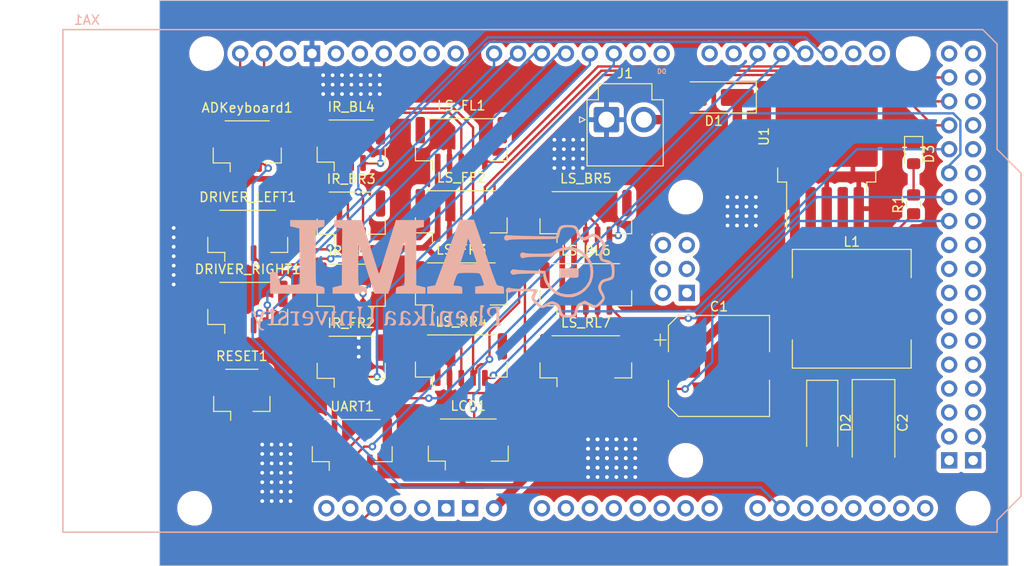
<source format=kicad_pcb>
(kicad_pcb (version 20221018) (generator pcbnew)
  (layers (0 "F.Cu" signal) (31 "B.Cu" signal) (34 "B.Paste" user) (35 "F.Paste" user) (36 "B.SilkS" user "B.Silkscreen") (37 "F.SilkS" user "F.Silkscreen") (38 "B.Mask" user) (39 "F.Mask" user) (44 "Edge.Cuts" user))
  (net 0 "")
  (net 1 "Net-(D1-K)")
  (net 2 "Net-(D1-A)")
  (net 3 "GND")
  (net 4 "+5V")
  (net 5 "/SCL")
  (net 6 "/SDA")
  (net 7 "/SHT_L0X_FL")
  (net 8 "/SHT_L0X_FF")
  (net 9 "/SHT_L0X_FR")
  (net 10 "/SHT_L0X_RR")
  (net 11 "/SHT_L0X_BR")
  (net 12 "/SHT_L0X_BL")
  (net 13 "/SHT_L0X_RL")
  (net 14 "/IR_FL")
  (net 15 "/IR_FR")
  (net 16 "/IR_BR")
  (net 17 "/IR_BL")
  (net 18 "/A9")
  (net 19 "/LPWM1")
  (net 20 "/RPWM1")
  (net 21 "/LPWM2")
  (net 22 "/RPWM2")
  (net 54 "/RX2")
  (net 55 "/TX2")
  (net 91 "Net-(D2-K)")
  (net 94 "/RESET")
  (net 95 "Net-(D3-A)")
  (footprint "Connector_JST:JST_GH_BM05B-GHS-TBT_1x05-1MP_P1.25mm_Vertical" (layer "F.Cu") (at 235.244 111.528)
    (fp_text reference "LS_BR5")
    (fp_text value "Conn_01x05_Socket")
  )
  (footprint "Connector_JST:JST_GH_BM05B-GHS-TBT_1x05-1MP_P1.25mm_Vertical" (layer "F.Cu") (at 235.244 126.828)
    (fp_text reference "LS_RL7")
    (fp_text value "Conn_01x05_Socket")
  )
  (footprint "Connector_JST:JST_GH_BM03B-GHS-TBT_1x03-1MP_P1.25mm_Vertical" (layer "F.Cu") (at 210.364 103.926)
    (fp_text reference "IR_BL4")
    (fp_text value "Conn_01x03_Socket")
  )
  (footprint "Diode_SMD:D_SMA_Handsoldering" (layer "F.Cu") (at 248.81 98.92 180)
    (fp_text reference "D1")
    (fp_text value "1N5822")
  )
  (footprint "Connector_JST:JST_GH_BM04B-GHS-TBT_1x04-1MP_P1.25mm_Vertical" (layer "F.Cu") (at 222.775 135.66)
    (fp_text reference "LCD1")
    (fp_text value "Conn_01x04_Socket")
  )
  (footprint "Connector_JST:JST_GH_BM03B-GHS-TBT_1x03-1MP_P1.25mm_Vertical" (layer "F.Cu") (at 210.364 126.876)
    (fp_text reference "IR_FR2")
    (fp_text value "Conn_01x03_Socket")
  )
  (footprint "Connector_JST:JST_GH_BM02B-GHS-TBT_1x02-1MP_P1.25mm_Vertical" (layer "F.Cu") (at 198.765 130.384)
    (fp_text reference "RESET1")
    (fp_text value "Conn_01x02_Socket")
  )
  (footprint "Capacitor_Tantalum_SMD:CP_EIA-7343-43_Kemet-X_Pad2.25x2.55mm_HandSolder" (layer "F.Cu") (at 265.75 133.452 -90)
    (fp_text reference "C2")
    (fp_text value "220u")
  )
  (footprint "Diode_SMD:D_SMA_Handsoldering" (layer "F.Cu") (at 260.31 133.454 -90)
    (fp_text reference "D2")
    (fp_text value "1N5822")
  )
  (footprint "Connector_JST:JST_GH_BM05B-GHS-TBT_1x05-1MP_P1.25mm_Vertical" (layer "F.Cu") (at 222.036 103.788)
    (fp_text reference "LS_FL1")
    (fp_text value "Conn_01x05_Socket")
  )
  (footprint "Connector_JST:JST_GH_BM03B-GHS-TBT_1x03-1MP_P1.25mm_Vertical" (layer "F.Cu") (at 199.338 104.016)
    (fp_text reference "ADKeyboard1")
    (fp_text value "Conn_01x03_Socket")
  )
  (footprint "Connector_JST:JST_GH_BM04B-GHS-TBT_1x04-1MP_P1.25mm_Vertical" (layer "F.Cu") (at 199.39 121.158)
    (fp_text reference "DRIVER_RIGHT1")
    (fp_text value "Conn_01x04_Socket")
  )
  (footprint "Connector_JST:JST_GH_BM05B-GHS-TBT_1x05-1MP_P1.25mm_Vertical" (layer "F.Cu") (at 222.036 126.738)
    (fp_text reference "LS_RR4")
    (fp_text value "Conn_01x05_Socket")
  )
  (footprint "LED_SMD:LED_0805_2012Metric_Pad1.15x1.40mm_HandSolder" (layer "F.Cu") (at 270 104.925 -90)
    (fp_text reference "D3")
    (fp_text value "5VL")
  )
  (footprint "Connector_JST:JST_VH_B2P-VH_1x02_P3.96mm_Vertical" (layer "F.Cu") (at 237.43 101.28)
    (fp_text reference "J1")
    (fp_text value "Conn_01x02_Socket")
  )
  (footprint "Inductor_SMD:L_12x12mm_H6mm" (layer "F.Cu") (at 263.44 121.35)
    (fp_text reference "L1")
    (fp_text value "33uH")
  )
  (footprint "arduino-library:Arduino_Mega2560_Shield" (layer "F.Cu") (at 179.79 145.06)
    (fp_text reference "XA1")
    (fp_text value "Arduino_Mega2560_Shield")
  )
  (footprint "Connector_JST:JST_GH_BM03B-GHS-TBT_1x03-1MP_P1.25mm_Vertical" (layer "F.Cu") (at 210.364 119.226)
    (fp_text reference "IR_FL1")
    (fp_text value "Conn_01x03_Socket")
  )
  (footprint "Connector_JST:JST_GH_BM03B-GHS-TBT_1x03-1MP_P1.25mm_Vertical" (layer "F.Cu") (at 210.364 111.576)
    (fp_text reference "IR_BR3")
    (fp_text value "Conn_01x03_Socket")
  )
  (footprint "Connector_JST:JST_GH_BM05B-GHS-TBT_1x05-1MP_P1.25mm_Vertical" (layer "F.Cu") (at 235.244 119.178)
    (fp_text reference "LS_BL6")
    (fp_text value "Conn_01x05_Socket")
  )
  (footprint "Connector_JST:JST_GH_BM05B-GHS-TBT_1x05-1MP_P1.25mm_Vertical" (layer "F.Cu") (at 222.036 119.088)
    (fp_text reference "LS_FR3")
    (fp_text value "Conn_01x05_Socket")
  )
  (footprint "Connector_JST:JST_GH_BM04B-GHS-TBT_1x04-1MP_P1.25mm_Vertical" (layer "F.Cu") (at 210.469 135.718)
    (fp_text reference "UART1")
    (fp_text value "Conn_01x04_Socket")
  )
  (footprint "Package_TO_SOT_SMD:TO-263-5_TabPin3" (layer "F.Cu") (at 260.785 103.075 90)
    (fp_text reference "U1")
    (fp_text value "LM2596S-5")
  )
  (footprint "Connector_JST:JST_GH_BM05B-GHS-TBT_1x05-1MP_P1.25mm_Vertical" (layer "F.Cu") (at 222.036 111.438)
    (fp_text reference "LS_FF2")
    (fp_text value "Conn_01x05_Socket")
  )
  (footprint "Capacitor_SMD:CP_Elec_10x10.5" (layer "F.Cu") (at 249.36 127.42)
    (fp_text reference "C1")
    (fp_text value "680u")
  )
  (footprint "Connector_JST:JST_GH_BM04B-GHS-TBT_1x04-1MP_P1.25mm_Vertical" (layer "F.Cu") (at 199.39 113.508)
    (fp_text reference "DRIVER_LEFT1")
    (fp_text value "Conn_01x04_Socket")
  )
  (footprint "Resistor_SMD:R_0805_2012Metric_Pad1.20x1.40mm_HandSolder" (layer "F.Cu") (at 270 110.27 90)
    (fp_text reference "R1")
    (fp_text value "330")
  )
  (footprint "LOGO" (layer "B.Cu") (at 219.6 117.37 180)
    (fp_text reference "G***" hide)
    (fp_text value "LOGO" hide)
  )
  (gr_rect (start 190.04 88.63) (end 280.04 148.63) (stroke (width 0.1)) (fill none) (layer "Edge.Cuts"))
  (segment (start 257.385 110.725) (end 257.385 115.195) (width 1) (layer "F.Cu") (net 1))
  (segment (start 251.31 98.92) (end 251.31 104.65) (width 1) (layer "F.Cu") (net 1))
  (segment (start 257.385 115.195) (end 245.16 127.42) (width 1) (layer "F.Cu") (net 1))
  (segment (start 251.31 104.65) (end 257.385 110.725) (width 1) (layer "F.Cu") (net 1))
  (segment (start 241.39 101.28) (end 243.95 101.28) (width 1) (layer "F.Cu") (net 2))
  (segment (start 243.95 101.28) (end 246.31 98.92) (width 1) (layer "F.Cu") (net 2))
  (segment (start 210.43 112.09) (end 210.44 112.09) (width 0.25) (layer "F.Cu") (net 3))
  (segment (start 233.994 128.778) (end 233.994 113.478) (width 0.6) (layer "F.Cu") (net 3))
  (segment (start 210.44 112.09) (end 210.44 113.45) (width 0.25) (layer "F.Cu") (net 3))
  (segment (start 210.44 113.45) (end 210.364 113.526) (width 0.25) (layer "F.Cu") (net 3))
  (segment (start 210.01 111.67) (end 210.43 112.09) (width 0.25) (layer "F.Cu") (net 3))
  (segment (start 210.364 107.426) (end 210.01 107.78) (width 0.25) (layer "F.Cu") (net 3))
  (segment (start 210.01 107.78) (end 210.01 111.67) (width 0.25) (layer "F.Cu") (net 3))
  (segment (start 210.364 105.876) (end 210.364 107.426) (width 0.25) (layer "F.Cu") (net 3))
  (via (at 232.91 104.41) (size 0.8) (drill 0.4) (layers "F.Cu" "B.Cu") (net 3))
  (via (at 240.48 137.21) (size 0.8) (drill 0.4) (layers "F.Cu" "B.Cu") (net 3))
  (via (at 200.93 141.76) (size 0.8) (drill 0.4) (layers "F.Cu" "B.Cu") (net 3))
  (via (at 202.93 139.76) (size 0.8) (drill 0.4) (layers "F.Cu" "B.Cu") (net 3))
  (via (at 238.48 138.21) (size 0.8) (drill 0.4) (layers "F.Cu" "B.Cu") (net 3))
  (via (at 239.48 136.21) (size 0.8) (drill 0.4) (layers "F.Cu" "B.Cu") (net 3))
  (via (at 233.91 106.41) (size 0.8) (drill 0.4) (layers "F.Cu" "B.Cu") (net 3))
  (via (at 237.48 135.21) (size 0.8) (drill 0.4) (layers "F.Cu" "B.Cu") (net 3))
  (via (at 238.48 135.21) (size 0.8) (drill 0.4) (layers "F.Cu" "B.Cu") (net 3))
  (via (at 237.48 137.21) (size 0.8) (drill 0.4) (layers "F.Cu" "B.Cu") (net 3))
  (via (at 238.48 137.21) (size 0.8) (drill 0.4) (layers "F.Cu" "B.Cu") (net 3))
  (via (at 200.93 139.76) (size 0.8) (drill 0.4) (layers "F.Cu" "B.Cu") (net 3))
  (via (at 203.93 137.76) (size 0.8) (drill 0.4) (layers "F.Cu" "B.Cu") (net 3))
  (via (at 253.27 109.51) (size 0.8) (drill 0.4) (layers "F.Cu" "B.Cu") (net 3))
  (via (at 207.39 96.56) (size 0.8) (drill 0.4) (layers "F.Cu" "B.Cu") (net 3))
  (via (at 236.48 139.21) (size 0.8) (drill 0.4) (layers "F.Cu" "B.Cu") (net 3))
  (via (at 232.91 105.41) (size 0.8) (drill 0.4) (layers "F.Cu" "B.Cu") (net 3))
  (via (at 238.48 136.21) (size 0.8) (drill 0.4) (layers "F.Cu" "B.Cu") (net 3))
  (via (at 203.93 138.76) (size 0.8) (drill 0.4) (layers "F.Cu" "B.Cu") (net 3))
  (via (at 202.93 137.76) (size 0.8) (drill 0.4) (layers "F.Cu" "B.Cu") (net 3))
  (via (at 236.48 136.21) (size 0.8) (drill 0.4) (layers "F.Cu" "B.Cu") (net 3))
  (via (at 238.48 137.21) (size 0.8) (drill 0.4) (layers "F.Cu" "B.Cu") (net 3))
  (via (at 208.39 97.56) (size 0.8) (drill 0.4) (layers "F.Cu" "B.Cu") (net 3))
  (via (at 252.27 110.51) (size 0.8) (drill 0.4) (layers "F.Cu" "B.Cu") (net 3))
  (via (at 235.48 138.21) (size 0.8) (drill 0.4) (layers "F.Cu" "B.Cu") (net 3))
  (via (at 211.39 96.56) (size 0.8) (drill 0.4) (layers "F.Cu" "B.Cu") (net 3))
  (via (at 238.48 136.21) (size 0.8) (drill 0.4) (layers "F.Cu" "B.Cu") (net 3))
  (via (at 234.91 105.41) (size 0.8) (drill 0.4) (layers "F.Cu" "B.Cu") (net 3))
  (via (at 202.93 138.76) (size 0.8) (drill 0.4) (layers "F.Cu" "B.Cu") (net 3))
  (via (at 191.54 113.77) (size 0.8) (drill 0.4) (layers "F.Cu" "B.Cu") (net 3))
  (via (at 202.93 136.76) (size 0.8) (drill 0.4) (layers "F.Cu" "B.Cu") (net 3))
  (via (at 203.93 136.76) (size 0.8) (drill 0.4) (layers "F.Cu" "B.Cu") (net 3))
  (via (at 191.54 116.77) (size 0.8) (drill 0.4) (layers "F.Cu" "B.Cu") (net 3))
  (via (at 201.93 141.76) (size 0.8) (drill 0.4) (layers "F.Cu" "B.Cu") (net 3))
  (via (at 201.93 140.76) (size 0.8) (drill 0.4) (layers "F.Cu" "B.Cu") (net 3))
  (via (at 239.48 135.21) (size 0.8) (drill 0.4) (layers "F.Cu" "B.Cu") (net 3))
  (via (at 200.93 137.76) (size 0.8) (drill 0.4) (layers "F.Cu" "B.Cu") (net 3))
  (via (at 239.48 136.21) (size 0.8) (drill 0.4) (layers "F.Cu" "B.Cu") (net 3))
  (via (at 238.48 138.21) (size 0.8) (drill 0.4) (layers "F.Cu" "B.Cu") (net 3))
  (via (at 251.27 109.51) (size 0.8) (drill 0.4) (layers "F.Cu" "B.Cu") (net 3))
  (via (at 209.39 98.56) (size 0.8) (drill 0.4) (layers "F.Cu" "B.Cu") (net 3))
  (via (at 240.48 138.21) (size 0.8) (drill 0.4) (layers "F.Cu" "B.Cu") (net 3))
  (via (at 239.48 137.21) (size 0.8) (drill 0.4) (layers "F.Cu" "B.Cu") (net 3))
  (via (at 253.27 112.51) (size 0.8) (drill 0.4) (layers "F.Cu" "B.Cu") (net 3))
  (via (at 191.54 114.77) (size 0.8) (drill 0.4) (layers "F.Cu" "B.Cu") (net 3))
  (via (at 235.48 138.21) (size 0.8) (drill 0.4) (layers "F.Cu" "B.Cu") (net 3))
  (via (at 237.48 139.21) (size 0.8) (drill 0.4) (layers "F.Cu" "B.Cu") (net 3))
  (via (at 211.39 97.56) (size 0.8) (drill 0.4) (layers "F.Cu" "B.Cu") (net 3))
  (via (at 235.48 136.21) (size 0.8) (drill 0.4) (layers "F.Cu" "B.Cu") (net 3))
  (via (at 234.91 104.41) (size 0.8) (drill 0.4) (layers "F.Cu" "B.Cu") (net 3))
  (via (at 191.54 115.77) (size 0.8) (drill 0.4) (layers "F.Cu" "B.Cu") (net 3))
  (via (at 210.39 98.56) (size 0.8) (drill 0.4) (layers "F.Cu" "B.Cu") (net 3))
  (via (at 238.48 136.21) (size 0.8) (drill 0.4) (layers "F.Cu" "B.Cu") (net 3))
  (via (at 235.48 137.21) (size 0.8) (drill 0.4) (layers "F.Cu" "B.Cu") (net 3))
  (via (at 235.48 138.21) (size 0.8) (drill 0.4) (layers "F.Cu" "B.Cu") (net 3))
  (via (at 236.48 135.21) (size 0.8) (drill 0.4) (layers "F.Cu" "B.Cu") (net 3))
  (via (at 253.27 110.51) (size 0.8) (drill 0.4) (layers "F.Cu" "B.Cu") (net 3))
  (via (at 237.48 136.21) (size 0.8) (drill 0.4) (layers "F.Cu" "B.Cu") (net 3))
  (via (at 232.91 106.41) (size 0.8) (drill 0.4) (layers "F.Cu" "B.Cu") (net 3))
  (via (at 212.39 96.56) (size 0.8) (drill 0.4) (layers "F.Cu" "B.Cu") (net 3))
  (via (at 232.91 103.41) (size 0.8) (drill 0.4) (layers "F.Cu" "B.Cu") (net 3))
  (via (at 252.27 111.51) (size 0.8) (drill 0.4) (layers "F.Cu" "B.Cu") (net 3))
  (via (at 191.54 117.77) (size 0.8) (drill 0.4) (layers "F.Cu" "B.Cu") (net 3))
  (via (at 236.48 138.21) (size 0.8) (drill 0.4) (layers "F.Cu" "B.Cu") (net 3))
  (via (at 250.27 110.51) (size 0.8) (drill 0.4) (layers "F.Cu" "B.Cu") (net 3))
  (via (at 240.48 136.21) (size 0.8) (drill 0.4) (layers "F.Cu" "B.Cu") (net 3))
  (via (at 252.27 109.51) (size 0.8) (drill 0.4) (layers "F.Cu" "B.Cu") (net 3))
  (via (at 201.93 139.76) (size 0.8) (drill 0.4) (layers "F.Cu" "B.Cu") (net 3))
  (via (at 236.48 136.21) (size 0.8) (drill 0.4) (layers "F.Cu" "B.Cu") (net 3))
  (via (at 238.48 138.21) (size 0.8) (drill 0.4) (layers "F.Cu" "B.Cu") (net 3))
  (via (at 231.91 104.41) (size 0.8) (drill 0.4) (layers "F.Cu" "B.Cu") (net 3))
  (via (at 239.48 135.21) (size 0.8) (drill 0.4) (layers "F.Cu" "B.Cu") (net 3))
  (via (at 191.54 112.77) (size 0.8) (drill 0.4) (layers "F.Cu" "B.Cu") (net 3))
  (via (at 211.39 98.56) (size 0.8) (drill 0.4) (layers "F.Cu" "B.Cu") (net 3))
  (via (at 200.93 140.76) (size 0.8) (drill 0.4) (layers "F.Cu" "B.Cu") (net 3))
  (via (at 252.27 112.51) (size 0.8) (drill 0.4) (layers "F.Cu" "B.Cu") (net 3))
  (via (at 202.93 135.76) (size 0.8) (drill 0.4) (layers "F.Cu" "B.Cu") (net 3))
  (via (at 238.48 137.21) (size 0.8) (drill 0.4) (layers "F.Cu" "B.Cu") (net 3))
  (via (at 240.48 139.21) (size 0.8) (drill 0.4) (layers "F.Cu" "B.Cu") (net 3))
  (via (at 210.39 96.56) (size 0.8) (drill 0.4) (layers "F.Cu" "B.Cu") (net 3))
  (via (at 202.93 140.76) (size 0.8) (drill 0.4) (layers "F.Cu" "B.Cu") (net 3))
  (via (at 208.39 98.56) (size 0.8) (drill 0.4) (layers "F.Cu" "B.Cu") (net 3))
  (via (at 211.16 125.44) (size 0.8) (drill 0.4) (layers "F.Cu" "B.Cu") (net 3))
  (via (at 236.48 135.21) (size 0.8) (drill 0.4) (layers "F.Cu" "B.Cu") (net 3))
  (via (at 191.54 118.77) (size 0.8) (drill 0.4) (layers "F.Cu" "B.Cu") (net 3))
  (via (at 235.48 135.21) (size 0.8) (drill 0.4) (layers "F.Cu" "B.Cu") (net 3))
  (via (at 203.93 141.76) (size 0.8) (drill 0.4) (layers "F.Cu" "B.Cu") (net 3))
  (via (at 235.48 137.21) (size 0.8) (drill 0.4) (layers "F.Cu" "B.Cu") (net 3))
  (via (at 253.27 111.51) (size 0.8) (drill 0.4) (layers "F.Cu" "B.Cu") (net 3))
  (via (at 210.39 97.56) (size 0.8) (drill 0.4) (layers "F.Cu" "B.Cu") (net 3))
  (via (at 240.48 135.21) (size 0.8) (drill 0.4) (layers "F.Cu" "B.Cu") (net 3))
  (via (at 201.93 135.76) (size 0.8) (drill 0.4) (layers "F.Cu" "B.Cu") (net 3))
  (via (at 203.93 139.76) (size 0.8) (drill 0.4) (layers "F.Cu" "B.Cu") (net 3))
  (via (at 201.93 138.76) (size 0.8) (drill 0.4) (layers "F.Cu" "B.Cu") (net 3))
  (via (at 203.93 135.76) (size 0.8) (drill 0.4) (layers "F.Cu" "B.Cu") (net 3))
  (via (at 239.48 138.21) (size 0.8) (drill 0.4) (layers "F.Cu" "B.Cu") (net 3))
  (via (at 213.39 98.56) (size 0.8) (drill 0.4) (layers "F.Cu" "B.Cu") (net 3))
  (via (at 211.16 124.44) (size 0.8) (drill 0.4) (layers "F.Cu" "B.Cu") (net 3))
  (via (at 250.27 112.51) (size 0.8) (drill 0.4) (layers "F.Cu" "B.Cu") (net 3))
  (via (at 237.48 138.21) (size 0.8) (drill 0.4) (layers "F.Cu" "B.Cu") (net 3))
  (via (at 200.93 138.76) (size 0.8) (drill 0.4) (layers "F.Cu" "B.Cu") (net 3))
  (via (at 239.48 138.21) (size 0.8) (drill 0.4) (layers "F.Cu" "B.Cu") (net 3))
  (via (at 251.27 112.51) (size 0.8) (drill 0.4) (layers "F.Cu" "B.Cu") (net 3))
  (via (at 251.27 110.51) (size 0.8) (drill 0.4) (layers "F.Cu" "B.Cu") (net 3))
  (via (at 236.48 138.21) (size 0.8) (drill 0.4) (layers "F.Cu" "B.Cu") (net 3))
  (via (at 207.39 98.56) (size 0.8) (drill 0.4) (layers "F.Cu" "B.Cu") (net 3))
  (via (at 233.91 103.41) (size 0.8) (drill 0.4) (layers "F.Cu" "B.Cu") (net 3))
  (via (at 200.93 136.76) (size 0.8) (drill 0.4) (layers "F.Cu" "B.Cu") (net 3))
  (via (at 234.91 106.41) (size 0.8) (drill 0.4) (layers "F.Cu" "B.Cu") (net 3))
  (via (at 235.48 136.21) (size 0.8) (drill 0.4) (layers "F.Cu" "B.Cu") (net 3))
  (via (at 237.48 137.21) (size 0.8) (drill 0.4) (layers "F.Cu" "B.Cu") (net 3))
  (via (at 211.16 126.44) (size 0.8) (drill 0.4) (layers "F.Cu" "B.Cu") (net 3))
  (via (at 231.91 105.41) (size 0.8) (drill 0.4) (layers "F.Cu" "B.Cu") (net 3))
  (via (at 233.91 104.41) (size 0.8) (drill 0.4) (layers "F.Cu" "B.Cu") (net 3))
  (via (at 212.39 97.56) (size 0.8) (drill 0.4) (layers "F.Cu" "B.Cu") (net 3))
  (via (at 231.91 106.41) (size 0.8) (drill 0.4) (layers "F.Cu" "B.Cu") (net 3))
  (via (at 207.39 97.56) (size 0.8) (drill 0.4) (layers "F.Cu" "B.Cu") (net 3))
  (via (at 237.48 138.21) (size 0.8) (drill 0.4) (layers "F.Cu" "B.Cu") (net 3))
  (via (at 236.48 137.21) (size 0.8) (drill 0.4) (layers "F.Cu" "B.Cu") (net 3))
  (via (at 237.48 138.21) (size 0.8) (drill 0.4) (layers "F.Cu" "B.Cu") (net 3))
  (via (at 237.48 135.21) (size 0.8) (drill 0.4) (layers "F.Cu" "B.Cu") (net 3))
  (via (at 213.39 97.56) (size 0.8) (drill 0.4) (layers "F.Cu" "B.Cu") (net 3))
  (via (at 208.39 96.56) (size 0.8) (drill 0.4) (layers "F.Cu" "B.Cu") (net 3))
  (via (at 235.48 137.21) (size 0.8) (drill 0.4) (layers "F.Cu" "B.Cu") (net 3))
  (via (at 233.91 105.41) (size 0.8) (drill 0.4) (layers "F.Cu" "B.Cu") (net 3))
  (via (at 202.93 141.76) (size 0.8) (drill 0.4) (layers "F.Cu" "B.Cu") (net 3))
  (via (at 250.27 111.51) (size 0.8) (drill 0.4) (layers "F.Cu" "B.Cu") (net 3))
  (via (at 209.39 97.56) (size 0.8) (drill 0.4) (layers "F.Cu" "B.Cu") (net 3))
  (via (at 235.48 136.21) (size 0.8) (drill 0.4) (layers "F.Cu" "B.Cu") (net 3))
  (via (at 236.48 138.21) (size 0.8) (drill 0.4) (layers "F.Cu" "B.Cu") (net 3))
  (via (at 201.93 137.76) (size 0.8) (drill 0.4) (layers "F.Cu" "B.Cu") (net 3))
  (via (at 238.48 139.21) (size 0.8) (drill 0.4) (layers "F.Cu" "B.Cu") (net 3))
  (via (at 238.48 135.21) (size 0.8) (drill 0.4) (layers "F.Cu" "B.Cu") (net 3))
  (via (at 237.48 137.21) (size 0.8) (drill 0.4) (layers "F.Cu" "B.Cu") (net 3))
  (via (at 201.93 136.76) (size 0.8) (drill 0.4) (layers "F.Cu" "B.Cu") (net 3))
  (via (at 235.48 139.21) (size 0.8) (drill 0.4) (layers "F.Cu" "B.Cu") (net 3))
  (via (at 239.48 139.21) (size 0.8) (drill 0.4) (layers "F.Cu" "B.Cu") (net 3))
  (via (at 251.27 111.51) (size 0.8) (drill 0.4) (layers "F.Cu" "B.Cu") (net 3))
  (via (at 234.91 103.41) (size 0.8) (drill 0.4) (layers "F.Cu" "B.Cu") (net 3))
  (via (at 237.48 136.21) (size 0.8) (drill 0.4) (layers "F.Cu" "B.Cu") (net 3))
  (via (at 237.48 136.21) (size 0.8) (drill 0.4) (layers "F.Cu" "B.Cu") (net 3))
  (via (at 209.39 96.56) (size 0.8) (drill 0.4) (layers "F.Cu" "B.Cu") (net 3))
  (via (at 239.48 137.21) (size 0.8) (drill 0.4) (layers "F.Cu" "B.Cu") (net 3))
  (via (at 238.48 135.21) (size 0.8) (drill 0.4) (layers "F.Cu" "B.Cu") (net 3))
  (via (at 212.39 98.56) (size 0.8) (drill 0.4) (layers "F.Cu" "B.Cu") (net 3))
  (via (at 237.48 135.21) (size 0.8) (drill 0.4) (layers "F.Cu" "B.Cu") (net 3))
  (via (at 236.48 137.21) (size 0.8) (drill 0.4) (layers "F.Cu" "B.Cu") (net 3))
  (via (at 231.91 103.41) (size 0.8) (drill 0.4) (layers "F.Cu" "B.Cu") (net 3))
  (via (at 200.93 135.76) (size 0.8) (drill 0.4) (layers "F.Cu" "B.Cu") (net 3))
  (via (at 236.48 135.21) (size 0.8) (drill 0.4) (layers "F.Cu" "B.Cu") (net 3))
  (via (at 203.93 140.76) (size 0.8) (drill 0.4) (layers "F.Cu" "B.Cu") (net 3))
  (via (at 250.27 109.51) (size 0.8) (drill 0.4) (layers "F.Cu" "B.Cu") (net 3))
  (via (at 236.48 137.21) (size 0.8) (drill 0.4) (layers "F.Cu" "B.Cu") (net 3))
  (via (at 213.39 96.56) (size 0.8) (drill 0.4) (layers "F.Cu" "B.Cu") (net 3))
  (via (at 236.48 136.21) (size 0.8) (drill 0.4) (layers "F.Cu" "B.Cu") (net 3))
  (segment (start 199.338 106.878) (end 199.338 105.966) (width 0.6) (layer "F.Cu") (net 4))
  (segment (start 210.08 115.86) (end 209.114 114.894) (width 0.6) (layer "F.Cu") (net 4))
  (segment (start 232.744 130.634) (end 232.744 128.778) (width 0.6) (layer "F.Cu") (net 4))
  (segment (start 199.8728 107.56) (end 197.515 109.9178) (width 0.6) (layer "F.Cu") (net 4))
  (segment (start 237.44 133.72) (end 234.31 133.72) (width 1) (layer "F.Cu") (net 4))
  (segment (start 197.515 109.9178) (end 197.515 115.458) (width 0.6) (layer "F.Cu") (net 4))
  (segment (start 210.08 117.2063) (end 210.08 115.86) (width 0.6) (layer "F.Cu") (net 4))
  (segment (start 209.114 128.826) (end 209.114 121.176) (width 0.6) (layer "F.Cu") (net 4))
  (segment (start 268.36 121.35) (end 268.39 121.35) (width 1) (layer "F.Cu") (net 4))
  (segment (start 234.31 133.72) (end 225.51 142.52) (width 1) (layer "F.Cu") (net 4))
  (segment (start 270.64 136.91) (end 267.51 140.04) (width 1) (layer "F.Cu") (net 4))
  (segment (start 209.114 107.1696) (end 209.114 105.876) (width 0.6) (layer "F.Cu") (net 4))
  (segment (start 268.39 121.35) (end 268.39 127.612) (width 1) (layer "F.Cu") (net 4))
  (segment (start 209.114 129.596) (end 209.114 128.826) (width 0.6) (layer "F.Cu") (net 4))
  (segment (start 209.114 105.876) (end 207.43 107.56) (width 0.6) (layer "F.Cu") (net 4))
  (segment (start 258.59 140.04) (end 252.27 133.72) (width 1) (layer "F.Cu") (net 4))
  (segment (start 207.43 107.56) (end 199.8728 107.56) (width 0.6) (layer "F.Cu") (net 4))
  (segment (start 222.15 139.86) (end 222.15 137.61) (width 0.6) (layer "F.Cu") (net 4))
  (segment (start 219.536 121.038) (end 219.536 128.688) (width 0.6) (layer "F.Cu") (net 4))
  (segment (start 237.44 133.72) (end 235.83 133.72) (width 0.6) (layer "F.Cu") (net 4))
  (segment (start 270.64 135.142) (end 270.64 136.91) (width 1) (layer "F.Cu") (net 4))
  (segment (start 209.114 118.1723) (end 210.08 117.2063) (width 0.6) (layer "F.Cu") (net 4))
  (segment (start 210.08 115.55) (end 210.74 114.89) (width 0.6) (layer "F.Cu") (net 4))
  (segment (start 224.34 140.16) (end 222.45 140.16) (width 0.6) (layer "F.Cu") (net 4))
  (segment (start 262.485 110.725) (end 262.485 115.475) (width 1) (layer "F.Cu") (net 4))
  (segment (start 218.2008 114.7232) (end 219.536 116.0584) (width 0.6) (layer "F.Cu") (net 4))
  (segment (start 232.744 128.778) (end 232.744 121.128) (width 0.6) (layer "F.Cu") (net 4))
  (segment (start 227.87 140.16) (end 224.34 140.16) (width 0.6) (layer "F.Cu") (net 4))
  (segment (start 268.39 112.88) (end 270 111.27) (width 0.25) (layer "F.Cu") (net 4))
  (segment (start 209.114 114.894) (end 209.114 113.526) (width 0.6) (layer "F.Cu") (net 4))
  (segment (start 200.02 107.56) (end 199.338 106.878) (width 0.6) (layer "F.Cu") (net 4))
  (segment (start 197.515 115.458) (end 197.515 123.108) (width 0.6) (layer "F.Cu") (net 4))
  (segment (start 219.536 113.388) (end 219.536 105.738) (width 0.6) (layer "F.Cu") (net 4))
  (segment (start 209.114 121.176) (end 209.114 118.1723) (width 0.6) (layer "F.Cu") (net 4))
  (segment (start 222.45 140.16) (end 222.15 139.86) (width 0.6) (layer "F.Cu") (net 4))
  (segment (start 232.744 113.478) (end 232.744 121.128) (width 0.6) (layer "F.Cu") (net 4))
  (segment (start 218.2008 114.7232) (end 219.536 113.388) (width 0.6) (layer "F.Cu") (net 4))
  (segment (start 265.75 130.252) (end 270.64 135.142) (width 1) (layer "F.Cu") (net 4))
  (segment (start 268.39 121.35) (end 268.39 112.88) (width 0.25) (layer "F.Cu") (net 4))
  (segment (start 262.485 115.475) (end 268.36 121.35) (width 1) (layer "F.Cu") (net 4))
  (segment (start 208.594 130.116) (end 209.114 129.596) (width 0.6) (layer "F.Cu") (net 4))
  (segment (start 267.51 140.04) (end 258.59 140.04) (width 1) (layer "F.Cu") (net 4))
  (segment (start 252.27 133.72) (end 237.44 133.72) (width 1) (layer "F.Cu") (net 4))
  (segment (start 209.114 113.526) (end 209.114 107.1696) (width 0.6) (layer "F.Cu") (net 4))
  (segment (start 208.594 137.668) (end 208.594 130.116) (width 0.6) (layer "F.Cu") (net 4))
  (segment (start 208.594 138.734) (end 208.594 137.668) (width 0.6) (layer "F.Cu") (net 4))
  (segment (start 224.34 140.16) (end 210.02 140.16) (width 0.6) (layer "F.Cu") (net 4))
  (segment (start 219.536 116.0584) (end 219.536 121.038) (width 0.6) (layer "F.Cu") (net 4))
  (segment (start 210.74 114.89) (end 218.034 114.89) (width 0.6) (layer "F.Cu") (net 4))
  (segment (start 235.83 133.72) (end 232.744 130.634) (width 0.6) (layer "F.Cu") (net 4))
  (segment (start 210.08 115.86) (end 210.08 115.55) (width 0.6) (layer "F.Cu") (net 4))
  (segment (start 210.02 140.16) (end 208.594 138.734) (width 0.6) (layer "F.Cu") (net 4))
  (segment (start 268.39 127.612) (end 265.75 130.252) (width 1) (layer "F.Cu") (net 4))
  (segment (start 218.034 114.89) (end 218.2008 114.7232) (width 0.6) (layer "F.Cu") (net 4))
  (segment (start 235.244 121.128) (end 235.244 113.478) (width 0.25) (layer "F.Cu") (net 5))
  (segment (start 232.169 111.701863) (end 232.451362 111.419501) (width 0.25) (layer "F.Cu") (net 5))
  (segment (start 198.586 95.956) (end 198.586 94.26) (width 0.25) (layer "F.Cu") (net 5))
  (segment (start 222.036 105.738) (end 222.036 101.816) (width 0.25) (layer "F.Cu") (net 5))
  (segment (start 225.11 129.84) (end 228.7833 126.1667) (width 0.25) (layer "F.Cu") (net 5))
  (segment (start 222.036 128.688) (end 222.036 129.636) (width 0.25) (layer "F.Cu") (net 5))
  (segment (start 234.779501 111.419501) (end 235.244 111.884) (width 0.25) (layer "F.Cu") (net 5))
  (segment (start 232.451362 111.419501) (end 234.779501 111.419501) (width 0.25) (layer "F.Cu") (net 5))
  (segment (start 222.036 113.388) (end 222.036 121.038) (width 0.25) (layer "F.Cu") (net 5))
  (segment (start 203.179501 100.549501) (end 198.586 95.956) (width 0.25) (layer "F.Cu") (net 5))
  (segment (start 220.769501 100.549501) (end 203.179501 100.549501) (width 0.25) (layer "F.Cu") (net 5))
  (segment (start 222.036 121.038) (end 222.036 128.688) (width 0.25) (layer "F.Cu") (net 5))
  (segment (start 222.036 105.738) (end 222.036 113.388) (width 0.25) (layer "F.Cu") (net 5))
  (segment (start 222.7 130.3) (end 224.65 130.3) (width 0.25) (layer "F.Cu") (net 5))
  (segment (start 224.65 137.61) (end 224.65 130.3) (width 0.25) (layer "F.Cu") (net 5))
  (segment (start 228.7833 115.088269) (end 232.169 111.702569) (width 0.25) (layer "F.Cu") (net 5))
  (segment (start 222.036 101.816) (end 220.769501 100.549501) (width 0.25) (layer "F.Cu") (net 5))
  (segment (start 222.036 129.636) (end 222.7 130.3) (width 0.25) (layer "F.Cu") (net 5))
  (segment (start 228.7833 126.1667) (end 228.7833 115.088269) (width 0.25) (layer "F.Cu") (net 5))
  (segment (start 232.169 111.702569) (end 232.169 111.701863) (width 0.25) (layer "F.Cu") (net 5))
  (segment (start 235.244 111.884) (end 235.244 113.478) (width 0.25) (layer "F.Cu") (net 5))
  (segment (start 224.65 130.3) (end 225.11 129.84) (width 0.25) (layer "F.Cu") (net 5))
  (segment (start 235.244 121.128) (end 235.244 128.778) (width 0.25) (layer "F.Cu") (net 5))
  (segment (start 234.96569 110.97) (end 232.265173 110.97) (width 0.25) (layer "F.Cu") (net 6))
  (segment (start 223.286 121.038) (end 223.286 122.2172) (width 0.25) (layer "F.Cu") (net 6))
  (segment (start 223.92534 127.388) (end 224.07534 127.238) (width 0.25) (layer "F.Cu") (net 6))
  (segment (start 223.786 127.52734) (end 223.786 127.388) (width 0.25) (layer "F.Cu") (net 6))
  (segment (start 203.73 100.1) (end 201.126 97.496) (width 0.25) (layer "F.Cu") (net 6))
  (segment (start 223.4 132.06) (end 223.32 131.98) (width 0.25) (layer "F.Cu") (net 6))
  (segment (start 236.494 112.49831) (end 234.96569 110.97) (width 0.25) (layer "F.Cu") (net 6))
  (segment (start 224.496598 127.238) (end 225.027299 126.707299) (width 0.25) (layer "F.Cu") (net 6))
  (segment (start 223.786 127.388) (end 223.92534 127.388) (width 0.25) (layer "F.Cu") (net 6))
  (segment (start 223.286 128.428598) (end 223.636 128.078598) (width 0.25) (layer "F.Cu") (net 6))
  (segment (start 224.07534 127.238) (end 224.496598 127.238) (width 0.25) (layer "F.Cu") (net 6))
  (segment (start 232.265173 110.97) (end 228.174 115.061173) (width 0.25) (layer "F.Cu") (net 6))
  (segment (start 223.286 105.738) (end 223.286 102.106) (width 0.25) (layer "F.Cu") (net 6))
  (segment (start 225.027299 123.822701) (end 225.027299 126.707299) (width 0.25) (layer "F.Cu") (net 6))
  (segment (start 223.286 113.388) (end 223.286 121.038) (width 0.25) (layer "F.Cu") (net 6))
  (segment (start 236.494 113.478) (end 236.494 121.128) (width 0.25) (layer "F.Cu") (net 6))
  (segment (start 223.636 128.078598) (end 223.636 127.67734) (width 0.25) (layer "F.Cu") (net 6))
  (segment (start 223.286 122.2172) (end 223.286 128.688) (width 0.25) (layer "F.Cu") (net 6))
  (segment (start 221.28 100.1) (end 203.73 100.1) (width 0.25) (layer "F.Cu") (net 6))
  (segment (start 223.286 105.738) (end 223.286 113.388) (width 0.25) (layer "F.Cu") (net 6))
  (segment (start 228.174 120.676) (end 225.027299 123.822701) (width 0.25) (layer "F.Cu") (net 6))
  (segment (start 228.174 115.061173) (end 228.174 120.676) (width 0.25) (layer "F.Cu") (net 6))
  (segment (start 223.286 102.106) (end 221.28 100.1) (width 0.25) (layer "F.Cu") (net 6))
  (segment (start 223.4 137.61) (end 223.4 132.06) (width 0.25) (layer "F.Cu") (net 6))
  (segment (start 223.636 127.67734) (end 223.786 127.52734) (width 0.25) (layer "F.Cu") (net 6))
  (segment (start 201.126 97.496) (end 201.126 94.26) (width 0.25) (layer "F.Cu") (net 6))
  (segment (start 223.286 128.688) (end 223.286 128.428598) (width 0.25) (layer "F.Cu") (net 6))
  (segment (start 236.494 121.128) (end 236.494 128.778) (width 0.25) (layer "F.Cu") (net 6))
  (segment (start 236.494 113.478) (end 236.494 112.49831) (width 0.25) (layer "F.Cu") (net 6))
  (via (at 223.32 131.98) (size 0.8) (drill 0.4) (layers "F.Cu" "B.Cu") (net 6))
  (via (at 225.027299 126.707299) (size 0.8) (drill 0.4) (layers "F.Cu" "B.Cu") (net 6))
  (segment (start 223.32 131.98) (end 223.32 130.53) (width 0.25) (layer "B.Cu") (net 6))
  (segment (start 223.95 129.9) (end 223.95 127.784598) (width 0.25) (layer "B.Cu") (net 6))
  (segment (start 223.95 127.784598) (end 225.027299 126.707299) (width 0.25) (layer "B.Cu") (net 6))
  (segment (start 223.32 130.53) (end 223.95 129.9) (width 0.25) (layer "B.Cu") (net 6))
  (segment (start 236.5433 95.6333) (end 226.4386 105.738) (width 0.25) (layer "F.Cu") (net 7))
  (segment (start 272.5811 96.8) (end 268.3184 96.8) (width 0.25) (layer "F.Cu") (net 7))
  (segment (start 226.4386 105.738) (end 224.536 105.738) (width 0.25) (layer "F.Cu") (net 7))
  (segment (start 273.77 96.8) (end 272.5811 96.8) (width 0.25) (layer "F.Cu") (net 7))
  (segment (start 268.3184 96.8) (end 267.1517 95.6333) (width 0.25) (layer "F.Cu") (net 7))
  (segment (start 267.1517 95.6333) (end 236.5433 95.6333) (width 0.25) (layer "F.Cu") (net 7))
  (segment (start 272.5811 99.34) (end 270.2215 99.34) (width 0.25) (layer "F.Cu") (net 8))
  (segment (start 270.2215 99.34) (end 266.9651 96.0836) (width 0.25) (layer "F.Cu") (net 8))
  (segment (start 266.9651 96.0836) (end 236.888 96.0836) (width 0.25) (layer "F.Cu") (net 8))
  (segment (start 236.888 96.0836) (end 224.536 108.4356) (width 0.25) (layer "F.Cu") (net 8))
  (segment (start 273.77 99.34) (end 272.5811 99.34) (width 0.25) (layer "F.Cu") (net 8))
  (segment (start 224.536 108.4356) (end 224.536 113.388) (width 0.25) (layer "F.Cu") (net 8))
  (segment (start 272.0402 101.88) (end 266.7015 96.5413) (width 0.25) (layer "F.Cu") (net 9))
  (segment (start 273.77 101.88) (end 272.0402 101.88) (width 0.25) (layer "F.Cu") (net 9))
  (segment (start 266.7015 96.5413) (end 237.0672 96.5413) (width 0.25) (layer "F.Cu") (net 9))
  (segment (start 237.0672 96.5413) (end 225.5596 108.0489) (width 0.25) (layer "F.Cu") (net 9))
  (segment (start 225.5596 120.0144) (end 224.536 121.038) (width 0.25) (layer "F.Cu") (net 9))
  (segment (start 225.5596 108.0489) (end 225.5596 120.0144) (width 0.25) (layer "F.Cu") (net 9))
  (segment (start 225.4419 128.4157) (end 225.1696 128.688) (width 0.25) (layer "F.Cu") (net 10))
  (segment (start 225.1696 128.688) (end 224.536 128.688) (width 0.25) (layer "F.Cu") (net 10))
  (via (at 225.4419 128.4157) (size 0.8) (drill 0.4) (layers "F.Cu" "B.Cu") (net 10))
  (segment (start 232.237 121.6206) (end 225.4419 128.4157) (width 0.25) (layer "B.Cu") (net 10))
  (segment (start 273.77 104.42) (end 264 104.42) (width 0.25) (layer "B.Cu") (net 10))
  (segment (start 264 104.42) (end 246.7994 121.6206) (width 0.25) (layer "B.Cu") (net 10))
  (segment (start 246.7994 121.6206) (end 232.237 121.6206) (width 0.25) (layer "B.Cu") (net 10))
  (segment (start 237.8427 113.5767) (end 237.744 113.478) (width 0.25) (layer "F.Cu") (net 11))
  (segment (start 238.6709 113.5767) (end 237.8427 113.5767) (width 0.25) (layer "F.Cu") (net 11))
  (via (at 238.6709 113.5767) (size 0.8) (drill 0.4) (layers "F.Cu" "B.Cu") (net 11))
  (segment (start 238.6709 112.67479) (end 238.6709 113.5767) (width 0.25) (layer "B.Cu") (net 11))
  (segment (start 274.959 104.9536) (end 274.959 101.3657) (width 0.25) (layer "B.Cu") (net 11))
  (segment (start 274.959 101.3657) (end 274.2033 100.61) (width 0.25) (layer "B.Cu") (net 11))
  (segment (start 273.86 106.06) (end 273.86 106.0526) (width 0.25) (layer "B.Cu") (net 11))
  (segment (start 273.77 106.15) (end 273.86 106.06) (width 0.25) (layer "B.Cu") (net 11))
  (segment (start 274.2033 100.61) (end 250.73569 100.61) (width 0.25) (layer "B.Cu") (net 11))
  (segment (start 250.73569 100.61) (end 238.6709 112.67479) (width 0.25) (layer "B.Cu") (net 11))
  (segment (start 273.86 106.0526) (end 274.959 104.9536) (width 0.25) (layer "B.Cu") (net 11))
  (segment (start 273.77 106.96) (end 273.77 106.15) (width 0.25) (layer "B.Cu") (net 11))
  (segment (start 238.966 122.35) (end 246.11 122.35) (width 0.25) (layer "F.Cu") (net 12))
  (segment (start 237.744 121.128) (end 238.966 122.35) (width 0.25) (layer "F.Cu") (net 12))
  (via (at 246.11 122.35) (size 0.8) (drill 0.4) (layers "F.Cu" "B.Cu") (net 12))
  (segment (start 273.77 109.5) (end 259.73 109.5) (width 0.25) (layer "B.Cu") (net 12))
  (segment (start 259.73 109.5) (end 246.88 122.35) (width 0.25) (layer "B.Cu") (net 12))
  (segment (start 246.88 122.35) (end 246.11 122.35) (width 0.25) (layer "B.Cu") (net 12))
  (segment (start 245.77 129.87) (end 245.76 129.86) (width 0.25) (layer "F.Cu") (net 13))
  (segment (start 245.76 129.86) (end 238.826 129.86) (width 0.25) (layer "F.Cu") (net 13))
  (segment (start 238.826 129.86) (end 237.744 128.778) (width 0.25) (layer "F.Cu") (net 13))
  (via (at 245.77 129.87) (size 0.8) (drill 0.4) (layers "F.Cu" "B.Cu") (net 13))
  (segment (start 248.652 121.238) (end 257.85 112.04) (width 0.25) (layer "B.Cu") (net 13))
  (segment (start 245.77 129.87) (end 248.652 126.988) (width 0.25) (layer "B.Cu") (net 13))
  (segment (start 248.652 126.988) (end 248.652 121.238) (width 0.25) (layer "B.Cu") (net 13))
  (segment (start 257.85 112.04) (end 273.77 112.04) (width 0.25) (layer "B.Cu") (net 13))
  (segment (start 211.614 119.7194) (end 211.614 121.176) (width 0.25) (layer "F.Cu") (net 14))
  (via (at 211.614 119.7194) (size 0.8) (drill 0.4) (layers "F.Cu" "B.Cu") (net 14))
  (segment (start 235.67 95.4489) (end 211.614 119.5049) (width 0.25) (layer "B.Cu") (net 14))
  (segment (start 211.614 119.5049) (end 211.614 119.7194) (width 0.25) (layer "B.Cu") (net 14))
  (segment (start 235.67 94.26) (end 235.67 95.4489) (width 0.25) (layer "B.Cu") (net 14))
  (segment (start 213.0999 128.5723) (end 211.8677 128.5723) (width 0.25) (layer "F.Cu") (net 15))
  (segment (start 211.8677 128.5723) (end 211.614 128.826) (width 0.25) (layer "F.Cu") (net 15))
  (via (at 213.0999 128.5723) (size 0.8) (drill 0.4) (layers "F.Cu" "B.Cu") (net 15))
  (segment (start 238.21 94.26) (end 238.21 95.4489) (width 0.25) (layer "B.Cu") (net 15))
  (segment (start 213.0999 120.559) (end 213.0999 128.5723) (width 0.25) (layer "B.Cu") (net 15))
  (segment (start 238.21 95.4489) (end 213.0999 120.559) (width 0.25) (layer "B.Cu") (net 15))
  (segment (start 211.614 109.4428) (end 211.614 113.526) (width 0.25) (layer "F.Cu") (net 16))
  (segment (start 211.1205 108.9493) (end 211.614 109.4428) (width 0.25) (layer "F.Cu") (net 16))
  (via (at 211.1205 108.9493) (size 0.8) (drill 0.4) (layers "F.Cu" "B.Cu") (net 16))
  (segment (start 211.1205 106.267) (end 211.1205 108.9493) (width 0.25) (layer "B.Cu") (net 16))
  (segment (start 261.07 94.26) (end 260.2526 94.26) (width 0.25) (layer "B.Cu") (net 16))
  (segment (start 260.2526 94.26) (end 258.5323 92.5397) (width 0.25) (layer "B.Cu") (net 16))
  (segment (start 224.8478 92.5397) (end 211.1205 106.267) (width 0.25) (layer "B.Cu") (net 16))
  (segment (start 258.5323 92.5397) (end 224.8478 92.5397) (width 0.25) (layer "B.Cu") (net 16))
  (segment (start 211.6501 105.9121) (end 211.614 105.876) (width 0.25) (layer "F.Cu") (net 17))
  (segment (start 213.4618 105.9121) (end 211.6501 105.9121) (width 0.25) (layer "F.Cu") (net 17))
  (via (at 213.4618 105.9121) (size 0.8) (drill 0.4) (layers "F.Cu" "B.Cu") (net 17))
  (segment (start 258.53 94.26) (end 257.88 94.26) (width 0.25) (layer "B.Cu") (net 17))
  (segment (start 213.4618 104.5828) (end 213.4618 105.9121) (width 0.25) (layer "B.Cu") (net 17))
  (segment (start 225.0176 93.027) (end 213.4618 104.5828) (width 0.25) (layer "B.Cu") (net 17))
  (segment (start 256.647 93.027) (end 225.0176 93.027) (width 0.25) (layer "B.Cu") (net 17))
  (segment (start 257.88 94.26) (end 256.647 93.027) (width 0.25) (layer "B.Cu") (net 17))
  (segment (start 200.588 105.966) (end 201.1028 105.966) (width 0.25) (layer "F.Cu") (net 18))
  (segment (start 201.1028 105.966) (end 201.565 106.4282) (width 0.25) (layer "F.Cu") (net 18))
  (via (at 201.565 106.4282) (size 0.8) (drill 0.4) (layers "F.Cu" "B.Cu") (net 18))
  (segment (start 215.71 140.32) (end 199.9159 124.5259) (width 0.25) (layer "B.Cu") (net 18))
  (segment (start 253.79 140.32) (end 215.71 140.32) (width 0.25) (layer "B.Cu") (net 18))
  (segment (start 199.9159 124.5259) (end 199.9159 108.0773) (width 0.25) (layer "B.Cu") (net 18))
  (segment (start 199.9159 108.0773) (end 201.565 106.4282) (width 0.25) (layer "B.Cu") (net 18))
  (segment (start 255.99 142.52) (end 253.79 140.32) (width 0.25) (layer "B.Cu") (net 18))
  (segment (start 200.015 115.8019) (end 200.015 115.458) (width 0.25) (layer "F.Cu") (net 19))
  (segment (start 206.1229 116.6397) (end 200.8528 116.6397) (width 0.25) (layer "F.Cu") (net 19))
  (segment (start 200.8528 116.6397) (end 200.015 115.8019) (width 0.25) (layer "F.Cu") (net 19))
  (segment (start 208.19 116.04) (end 206.7226 116.04) (width 0.25) (layer "F.Cu") (net 19))
  (segment (start 206.7226 116.04) (end 206.1229 116.6397) (width 0.25) (layer "F.Cu") (net 19))
  (via (at 208.19 116.04) (size 0.8) (drill 0.4) (layers "F.Cu" "B.Cu") (net 19))
  (segment (start 208.4468 115.7832) (end 210.7961 115.7832) (width 0.25) (layer "B.Cu") (net 19))
  (segment (start 208.19 116.04) (end 208.4468 115.7832) (width 0.25) (layer "B.Cu") (net 19))
  (segment (start 210.7961 115.7832) (end 232.3193 94.26) (width 0.25) (layer "B.Cu") (net 19))
  (segment (start 232.3193 94.26) (end 233.13 94.26) (width 0.25) (layer "B.Cu") (net 19))
  (segment (start 207.965099 115.0419) (end 201.6811 115.0419) (width 0.25) (layer "F.Cu") (net 20))
  (segment (start 208.113938 114.893061) (end 207.965099 115.0419) (width 0.25) (layer "F.Cu") (net 20))
  (segment (start 201.6811 115.0419) (end 201.265 115.458) (width 0.25) (layer "F.Cu") (net 20))
  (via (at 208.113938 114.893061) (size 0.8) (drill 0.4) (layers "F.Cu" "B.Cu") (net 20))
  (segment (start 229.7612 94.26) (end 230.59 94.26) (width 0.25) (layer "B.Cu") (net 20))
  (segment (start 208.113938 114.893061) (end 209.128139 114.893061) (width 0.25) (layer "B.Cu") (net 20))
  (segment (start 209.128139 114.893061) (end 229.7612 94.26) (width 0.25) (layer "B.Cu") (net 20))
  (segment (start 200.015 122.4323) (end 200.015 123.108) (width 0.25) (layer "F.Cu") (net 21))
  (segment (start 200.6412 121.8061) (end 200.015 122.4323) (width 0.25) (layer "F.Cu") (net 21))
  (via (at 200.6412 121.8061) (size 0.8) (drill 0.4) (layers "F.Cu" "B.Cu") (net 21))
  (segment (start 204.116 117.8664) (end 204.116 119.3558) (width 0.25) (layer "B.Cu") (net 21))
  (segment (start 201.6657 121.8061) (end 200.6412 121.8061) (width 0.25) (layer "B.Cu") (net 21))
  (segment (start 227.7224 94.26) (end 204.116 117.8664) (width 0.25) (layer "B.Cu") (net 21))
  (segment (start 228.05 94.26) (end 227.7224 94.26) (width 0.25) (layer "B.Cu") (net 21))
  (segment (start 204.116 119.3558) (end 201.6657 121.8061) (width 0.25) (layer "B.Cu") (net 21))
  (segment (start 201.265 123.108) (end 201.4718 122.9012) (width 0.25) (layer "F.Cu") (net 22))
  (segment (start 201.4718 122.9012) (end 201.4718 120.9561) (width 0.25) (layer "F.Cu") (net 22))
  (via (at 201.4718 120.9561) (size 0.8) (drill 0.4) (layers "F.Cu" "B.Cu") (net 22))
  (segment (start 225.51 94.26) (end 225.51 95.4489) (width 0.25) (layer "B.Cu") (net 22))
  (segment (start 201.4718 120.9561) (end 201.4718 119.6238) (width 0.25) (layer "B.Cu") (net 22))
  (segment (start 225.51 95.5856) (end 225.51 95.4489) (width 0.25) (layer "B.Cu") (net 22))
  (segment (start 201.4718 119.6238) (end 225.51 95.5856) (width 0.25) (layer "B.Cu") (net 22))
  (segment (start 218.5905 130.8459) (end 215.3814 130.8459) (width 0.25) (layer "F.Cu") (net 54))
  (segment (start 215.3814 130.8459) (end 209.844 136.3833) (width 0.25) (layer "F.Cu") (net 54))
  (segment (start 209.844 136.3833) (end 209.844 137.668) (width 0.25) (layer "F.Cu") (net 54))
  (via (at 218.5905 130.8459) (size 0.8) (drill 0.4) (layers "F.Cu" "B.Cu") (net 54))
  (segment (start 219.8641 130.8459) (end 218.5905 130.8459) (width 0.25) (layer "B.Cu") (net 54))
  (segment (start 255.99 94.26) (end 255.99 94.72) (width 0.25) (layer "B.Cu") (net 54))
  (segment (start 255.99 94.72) (end 219.8641 130.8459) (width 0.25) (layer "B.Cu") (net 54))
  (segment (start 212.6116 135.9781) (end 211.7419 135.9781) (width 0.25) (layer "F.Cu") (net 55))
  (segment (start 211.7419 135.9781) (end 211.094 136.626) (width 0.25) (layer "F.Cu") (net 55))
  (segment (start 211.094 136.626) (end 211.094 137.668) (width 0.25) (layer "F.Cu") (net 55))
  (via (at 212.6116 135.9781) (size 0.8) (drill 0.4) (layers "F.Cu" "B.Cu") (net 55))
  (segment (start 253.45 94.26) (end 253.45 94.96) (width 0.25) (layer "B.Cu") (net 55))
  (segment (start 253.16 95.25) (end 253.16 95.2507) (width 0.25) (layer "B.Cu") (net 55))
  (segment (start 212.6116 135.7991) (end 212.6116 135.9781) (width 0.25) (layer "B.Cu") (net 55))
  (segment (start 253.45 94.96) (end 253.16 95.25) (width 0.25) (layer "B.Cu") (net 55))
  (segment (start 253.16 95.2507) (end 212.6116 135.7991) (width 0.25) (layer "B.Cu") (net 55))
  (segment (start 259.085 120.755) (end 258.49 121.35) (width 1) (layer "F.Cu") (net 91))
  (segment (start 258.49 129.134) (end 260.31 130.954) (width 1) (layer "F.Cu") (net 91))
  (segment (start 258.49 121.35) (end 258.49 129.134) (width 1) (layer "F.Cu") (net 91))
  (segment (start 259.085 110.725) (end 259.085 120.755) (width 1) (layer "F.Cu") (net 91))
  (segment (start 198.14 132.334) (end 198.14 142.31) (width 0.25) (layer "F.Cu") (net 94))
  (segment (start 200.27 144.44) (end 210.89 144.44) (width 0.25) (layer "F.Cu") (net 94))
  (segment (start 198.14 142.31) (end 200.27 144.44) (width 0.25) (layer "F.Cu") (net 94))
  (segment (start 210.89 144.44) (end 212.81 142.52) (width 0.25) (layer "F.Cu") (net 94))
  (segment (start 270 109.27) (end 270 105.95) (width 0.25) (layer "F.Cu") (net 95))
  (zone (net 0) (net_name "") (layer "F.Cu") (connect_pads (clearance 0)) (min_thickness 0.25)
    (keepout (tracks allowed) (vias allowed) (pads allowed) (copperpour not_allowed) (footprints allowed))
    (fill (thermal_gap 0.5) (thermal_bridge_width 0.5))
    (polygon (pts (xy 233.34 114.23) (xy 234.48 114.06) (xy 234.89 115.24) (xy 234.63 122.13) (xy 234.91 123.21) (xy 234.87 125.77) (xy 234.72 127.8) (xy 234.61 128.4) (xy 233.62 128.51) (xy 233.36 127.52) (xy 233.27 121.38)))
  )
  (zone (net 0) (net_name "") (layer "F.Cu") (connect_pads (clearance 0)) (min_thickness 0.25)
    (keepout (tracks allowed) (vias allowed) (pads allowed) (copperpour not_allowed) (footprints allowed))
    (fill (thermal_gap 0.5) (thermal_bridge_width 0.5))
    (polygon (pts (xy 200.46 108.16) (xy 197.59 110.16) (xy 197.9 115.08) (xy 207.51 115.2) (xy 208.9 114.02) (xy 208.53 107.86) (xy 200.45 108.18)))
  )
  (zone (net 0) (net_name "") (layer "F.Cu") (connect_pads (clearance 0)) (min_thickness 0.25)
    (keepout (tracks allowed) (vias allowed) (pads allowed) (copperpour not_allowed) (footprints allowed))
    (fill (thermal_gap 0.5) (thermal_bridge_width 0.5))
    (polygon (pts (xy 209.82 106.33) (xy 209.65 108.1) (xy 209.72 112.55) (xy 209.87 112.88) (xy 210.97 112.98) (xy 211.32 111.8) (xy 211.12 109.62) (xy 211.13 106.46) (xy 209.84 106.36)))
  )
  (zone (net 3) (net_name "GND") (layers "F&B.Cu") (connect_pads (clearance 0.5)) (min_thickness 0.25) (fill yes (thermal_gap 0.5) (thermal_bridge_width 0.5))
    (polygon (pts (xy 190.04 88.63) (xy 280.04 88.63) (xy 280.04 148.63) (xy 190.04 148.63)))
  )
)
</source>
